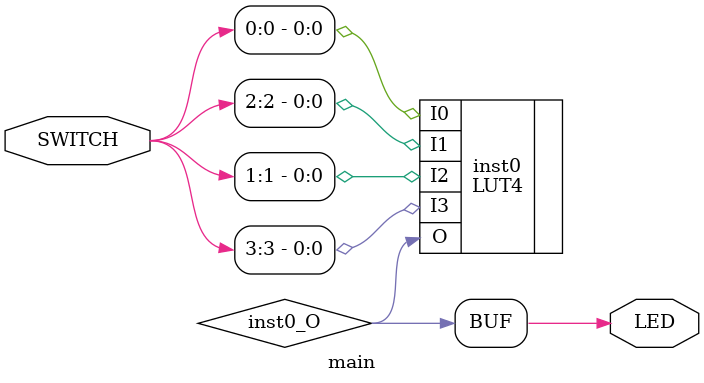
<source format=v>
module main (output [0:0] LED, input [3:0] SWITCH);
wire  inst0_O;
LUT4 #(.INIT(16'h6FF6)) inst0 (.I0(SWITCH[0]), .I1(SWITCH[2]), .I2(SWITCH[1]), .I3(SWITCH[3]), .O(inst0_O));
assign LED = {inst0_O};
endmodule


</source>
